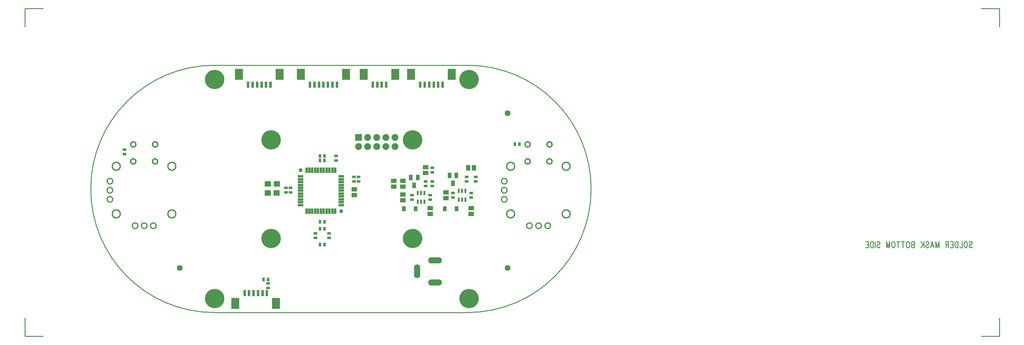
<source format=gbr>
*
*
G04 PADS VX.0 Build Number: 635560 generated Gerber (RS-274-X) file*
G04 PC Version=2.1*
*
%IN "JOG_v1.pcb"*%
*
%MOIN*%
*
%FSLAX35Y35*%
*
*
*
*
G04 PC Standard Apertures*
*
*
G04 Thermal Relief Aperture macro.*
%AMTER*
1,1,$1,0,0*
1,0,$1-$2,0,0*
21,0,$3,$4,0,0,45*
21,0,$3,$4,0,0,135*
%
*
*
G04 Annular Aperture macro.*
%AMANN*
1,1,$1,0,0*
1,0,$2,0,0*
%
*
*
G04 Odd Aperture macro.*
%AMODD*
1,1,$1,0,0*
1,0,$1-0.005,0,0*
%
*
*
G04 PC Custom Aperture Macros*
*
*
*
*
*
*
G04 PC Aperture Table*
*
%ADD010C,0.001*%
%ADD012C,0.01*%
%ADD065R,0.03894X0.02794*%
%ADD066R,0.02794X0.03894*%
%ADD068R,0.04724X0.06102*%
%ADD069R,0.04331X0.05906*%
%ADD073C,0.06394*%
%ADD075R,0.0315X0.06693*%
%ADD076R,0.08661X0.12205*%
%ADD078O,0.15354X0.06693*%
%ADD079O,0.06693X0.15354*%
%ADD083R,0.0748X0.0748*%
%ADD084C,0.0748*%
%ADD085C,0.2126*%
%ADD091R,0.06102X0.04724*%
%ADD092R,0.03976X0.05197*%
%ADD093R,0.02481X0.04528*%
%ADD094R,0.06693X0.06299*%
%ADD095R,0.06299X0.02559*%
%ADD096R,0.02559X0.06299*%
%ADD097C,0.04331*%
%ADD108ANN,0.0748X0.05118*%
%ADD109ANN,0.07283X0.04331*%
%ADD110ANN,0.10236X0.07283*%
*
*
*
*
G04 PC Circuitry*
G04 Layer Name JOG_v1.pcb - circuitry*
%LPD*%
*
*
G04 PC Custom Flashes*
G04 Layer Name JOG_v1.pcb - flashes*
%LPD*%
*
*
G04 PC Circuitry*
G04 Layer Name JOG_v1.pcb - circuitry*
%LPD*%
*
G54D10*
G54D12*
G01X2501818Y1523125D02*
X2502273Y1523750D01*
X2502955Y1524063*
X2502955D02*
X2503864D01*
X2503864D02*
X2504545Y1523750D01*
X2505000Y1523125*
Y1522500*
X2504773Y1521875*
X2504545Y1521563*
X2504545D02*
X2504091Y1521250D01*
X2502727Y1520625*
X2502273Y1520313*
X2502273D02*
X2502045Y1520000D01*
X2501818Y1519375*
Y1518438*
X2501818D02*
X2502273Y1517813D01*
X2502273D02*
X2502955Y1517500D01*
X2503864*
X2504545Y1517813*
X2504545D02*
X2505000Y1518438D01*
X2498409Y1524063D02*
X2498864Y1523750D01*
X2499318Y1523125*
X2499545Y1522500*
X2499773Y1521563*
X2499773D02*
Y1520000D01*
X2499545Y1519063*
X2499545D02*
X2499318Y1518438D01*
X2499318D02*
X2498864Y1517813D01*
X2498864D02*
X2498409Y1517500D01*
X2497500*
X2497045Y1517813*
X2497045D02*
X2496591Y1518438D01*
X2496591D02*
X2496364Y1519063D01*
X2496364D02*
X2496136Y1520000D01*
Y1521563*
X2496136D02*
X2496364Y1522500D01*
X2496591Y1523125*
X2497045Y1523750*
X2497500Y1524063*
X2497500D02*
X2498409D01*
X2494091D02*
Y1517500D01*
X2491364*
X2489318Y1524063D02*
Y1517500D01*
Y1524063D02*
X2487727D01*
X2487727D02*
X2487045Y1523750D01*
X2486591Y1523125*
X2486364Y1522500*
X2486136Y1521563*
X2486136D02*
Y1520000D01*
X2486364Y1519063*
X2486364D02*
X2486591Y1518438D01*
X2486591D02*
X2487045Y1517813D01*
X2487045D02*
X2487727Y1517500D01*
X2489318*
X2484091Y1524063D02*
Y1517500D01*
Y1524063D02*
X2481136D01*
X2484091Y1520938D02*
X2482273D01*
X2484091Y1517500D02*
X2481136D01*
X2479091Y1524063D02*
Y1517500D01*
Y1524063D02*
X2477045D01*
X2477045D02*
X2476364Y1523750D01*
X2476136Y1523438*
X2476136D02*
X2475909Y1522813D01*
X2475909D02*
Y1522188D01*
X2475909D02*
X2476136Y1521563D01*
X2476136D02*
X2476364Y1521250D01*
X2477045Y1520938*
X2477045D02*
X2479091D01*
X2477500D02*
X2475909Y1517500D01*
X2468636Y1524063D02*
Y1517500D01*
Y1524063D02*
X2466818Y1517500D01*
X2465000Y1524063D02*
X2466818Y1517500D01*
X2465000Y1524063D02*
Y1517500D01*
X2461136Y1524063D02*
X2462955Y1517500D01*
X2461136Y1524063D02*
X2459318Y1517500D01*
X2462273Y1519688D02*
X2460000D01*
X2454091Y1523125D02*
X2454545Y1523750D01*
X2455227Y1524063*
X2455227D02*
X2456136D01*
X2456136D02*
X2456818Y1523750D01*
X2457273Y1523125*
Y1522500*
X2457045Y1521875*
X2456818Y1521563*
X2456818D02*
X2456364Y1521250D01*
X2455000Y1520625*
X2454545Y1520313*
X2454545D02*
X2454318Y1520000D01*
X2454091Y1519375*
Y1518438*
X2454091D02*
X2454545Y1517813D01*
X2454545D02*
X2455227Y1517500D01*
X2456136*
X2456818Y1517813*
X2456818D02*
X2457273Y1518438D01*
X2452045Y1524063D02*
Y1517500D01*
X2448864Y1524063D02*
X2452045Y1519688D01*
X2450909Y1521250D02*
X2448864Y1517500D01*
X2441591Y1524063D02*
Y1517500D01*
Y1524063D02*
X2439545D01*
X2439545D02*
X2438864Y1523750D01*
X2438636Y1523438*
X2438636D02*
X2438409Y1522813D01*
X2438409D02*
Y1522188D01*
X2438409D02*
X2438636Y1521563D01*
X2438636D02*
X2438864Y1521250D01*
X2439545Y1520938*
X2441591D02*
X2439545D01*
X2439545D02*
X2438864Y1520625D01*
X2438636Y1520313*
X2438636D02*
X2438409Y1519688D01*
X2438409D02*
Y1518750D01*
X2438636Y1518125*
X2438864Y1517813*
X2438864D02*
X2439545Y1517500D01*
X2441591*
X2435000Y1524063D02*
X2435455Y1523750D01*
X2435909Y1523125*
X2436136Y1522500*
X2436364Y1521563*
X2436364D02*
Y1520000D01*
X2436136Y1519063*
X2436136D02*
X2435909Y1518438D01*
X2435909D02*
X2435455Y1517813D01*
X2435455D02*
X2435000Y1517500D01*
X2434091*
X2433636Y1517813*
X2433636D02*
X2433182Y1518438D01*
X2433182D02*
X2432955Y1519063D01*
X2432955D02*
X2432727Y1520000D01*
Y1521563*
X2432727D02*
X2432955Y1522500D01*
X2433182Y1523125*
X2433636Y1523750*
X2434091Y1524063*
X2434091D02*
X2435000D01*
X2429091D02*
Y1517500D01*
X2430682Y1524063D02*
X2427500D01*
X2423864D02*
Y1517500D01*
X2425455Y1524063D02*
X2422273D01*
X2418864D02*
X2419318Y1523750D01*
X2419773Y1523125*
X2420000Y1522500*
X2420227Y1521563*
X2420227D02*
Y1520000D01*
X2420000Y1519063*
X2420000D02*
X2419773Y1518438D01*
X2419773D02*
X2419318Y1517813D01*
X2419318D02*
X2418864Y1517500D01*
X2417955*
X2417500Y1517813*
X2417500D02*
X2417045Y1518438D01*
X2417045D02*
X2416818Y1519063D01*
X2416818D02*
X2416591Y1520000D01*
Y1521563*
X2416591D02*
X2416818Y1522500D01*
X2417045Y1523125*
X2417500Y1523750*
X2417955Y1524063*
X2417955D02*
X2418864D01*
X2414545D02*
Y1517500D01*
Y1524063D02*
X2412727Y1517500D01*
X2410909Y1524063D02*
X2412727Y1517500D01*
X2410909Y1524063D02*
Y1517500D01*
X2400455Y1523125D02*
X2400909Y1523750D01*
X2401591Y1524063*
X2401591D02*
X2402500D01*
X2402500D02*
X2403182Y1523750D01*
X2403636Y1523125*
Y1522500*
X2403409Y1521875*
X2403182Y1521563*
X2403182D02*
X2402727Y1521250D01*
X2401364Y1520625*
X2400909Y1520313*
X2400909D02*
X2400682Y1520000D01*
X2400455Y1519375*
Y1518438*
X2400455D02*
X2400909Y1517813D01*
X2400909D02*
X2401591Y1517500D01*
X2402500*
X2403182Y1517813*
X2403182D02*
X2403636Y1518438D01*
X2398409Y1524063D02*
Y1517500D01*
X2396364Y1524063D02*
Y1517500D01*
Y1524063D02*
X2394773D01*
X2394773D02*
X2394091Y1523750D01*
X2393636Y1523125*
X2393409Y1522500*
X2393182Y1521563*
X2393182D02*
Y1520000D01*
X2393409Y1519063*
X2393409D02*
X2393636Y1518438D01*
X2393636D02*
X2394091Y1517813D01*
X2394091D02*
X2394773Y1517500D01*
X2396364*
X2391136Y1524063D02*
Y1517500D01*
Y1524063D02*
X2388182D01*
X2391136Y1520938D02*
X2389318D01*
X2391136Y1517500D02*
X2388182D01*
X1673001Y1446142D02*
X1950955D01*
G75*
G03Y1717795I0J135827D01*
G01X1673001*
X1672971D02*
G03Y1446142I237J-135826D01*
G01X1465000Y1440000D02*
Y1420000D01*
X1485000*
Y1780000D02*
X1465000D01*
Y1760000*
X2535000D02*
Y1780000D01*
X2515000*
Y1420000D02*
X2535000D01*
Y1440000*
G54D65*
X1806654Y1618228D03*
Y1613268D03*
X1910000Y1570020D03*
Y1574980D03*
X1890000D03*
Y1570020D03*
X1756654Y1578268D03*
Y1583228D03*
X1826500Y1594980D03*
Y1590020D03*
X1751654Y1578268D03*
Y1583228D03*
X1831500Y1594980D03*
Y1590020D03*
X1935000Y1577480D03*
Y1572520D03*
X1955000D03*
Y1577480D03*
X1784154Y1528268D03*
Y1533228D03*
X1799154Y1528268D03*
Y1533228D03*
X1905000Y1589980D03*
Y1585020D03*
X1912500D03*
Y1589980D03*
Y1600020D03*
Y1604980D03*
X1574500Y1620020D03*
Y1624980D03*
X1960000Y1594980D03*
Y1590020D03*
X1950000Y1594980D03*
Y1590020D03*
X1732000Y1473020D03*
Y1477980D03*
G54D66*
X1794134Y1545748D03*
X1789173D03*
X1794134Y1613248D03*
X1789173D03*
X1794134Y1618248D03*
X1789173D03*
Y1520748D03*
X1794134D03*
X1789173Y1538248D03*
X1794134D03*
X2003020Y1631000D03*
X2007980D03*
X1731980Y1482500D03*
X1727020D03*
G54D68*
X1951850Y1605000D03*
X1958150D03*
G54D69*
X1888760Y1594331D03*
X1896240D03*
X1892500Y1585669D03*
X1931260Y1596831D03*
X1938740D03*
X1935000Y1588169D03*
G54D73*
X1635000Y1495000D03*
X1995000D03*
Y1665000D03*
G54D75*
X1710177Y1696535D03*
X1715098D03*
X1720020D03*
X1724941D03*
X1729862D03*
X1734783D03*
X1778091D03*
X1783012D03*
X1787933D03*
X1792854D03*
X1797776D03*
X1802697D03*
X1807618D03*
X1846988D03*
X1851909D03*
X1856831D03*
X1861752D03*
X1730846Y1467402D03*
X1725925D03*
X1721004D03*
X1716083D03*
X1711161D03*
X1706240D03*
X1899154Y1696535D03*
X1904075D03*
X1908996D03*
X1913917D03*
X1918839D03*
X1923760D03*
G54D76*
X1700138Y1707953D03*
X1744823D03*
X1768051D03*
X1817657D03*
X1836949D03*
X1871791D03*
X1740886Y1455984D03*
X1696201D03*
X1889114Y1707953D03*
X1933799D03*
G54D78*
X1915394Y1503622D03*
Y1479213D03*
G54D79*
X1895709Y1491417D03*
G54D83*
X1831338Y1638464D03*
G54D84*
Y1628464D03*
X1841338Y1638464D03*
Y1628464D03*
X1851338Y1638464D03*
Y1628464D03*
X1861338Y1638464D03*
Y1628464D03*
X1871338Y1638464D03*
Y1628464D03*
G54D85*
X1735275Y1527638D03*
Y1635905D03*
X1890787D03*
Y1527638D03*
X1673267Y1702047D03*
Y1461496D03*
X1952795Y1702047D03*
Y1461496D03*
G54D91*
X1826654Y1575098D03*
Y1581398D03*
X1905000Y1605650D03*
Y1599350D03*
X1910000Y1554350D03*
Y1560650D03*
X1955000D03*
Y1554350D03*
X1870000Y1584350D03*
Y1590650D03*
X1880000Y1569350D03*
Y1575650D03*
Y1584350D03*
Y1590650D03*
X1927500Y1571850D03*
Y1578150D03*
G54D92*
X1893937Y1560000D03*
X1881063D03*
X1938937D03*
X1926063D03*
G54D93*
X1896260Y1577323D03*
X1900000D03*
X1903740D03*
Y1567677D03*
X1900000D03*
X1896260D03*
X1941260Y1579823D03*
X1945000D03*
X1948740D03*
Y1570177D03*
X1945000D03*
X1941260D03*
G54D94*
X1731654Y1577461D03*
Y1587461D03*
X1741654D03*
X1741496Y1577461D03*
G54D95*
X1812441Y1595748D03*
Y1592598D03*
Y1589449D03*
Y1586299D03*
Y1583150D03*
Y1580000D03*
Y1576850D03*
Y1573701D03*
Y1570551D03*
Y1567402D03*
Y1564252D03*
X1767559D03*
Y1567402D03*
Y1570551D03*
Y1573701D03*
Y1576850D03*
Y1580000D03*
Y1583150D03*
Y1586299D03*
Y1589449D03*
Y1592598D03*
Y1595748D03*
G54D96*
X1805748Y1557559D03*
X1802598D03*
X1799449D03*
X1796299D03*
X1793150D03*
X1790000D03*
X1786850D03*
X1783701D03*
X1780551D03*
X1777402D03*
X1774252D03*
Y1602441D03*
X1777402D03*
X1780551D03*
X1783701D03*
X1786850D03*
X1790000D03*
X1793150D03*
X1796299D03*
X1799449D03*
X1802598D03*
X1805748D03*
G54D97*
X1812441Y1557559D03*
X1767559Y1602441D03*
G54D108*
X1558402Y1590500D03*
Y1580500D03*
Y1570500D03*
X1586000Y1541327D03*
X1596000D03*
X1606000D03*
X1991402Y1590500D03*
Y1580500D03*
Y1570500D03*
X2019000Y1541327D03*
X2029000D03*
X2039000D03*
G54D109*
X1584031Y1612209D03*
X1607969D03*
Y1630909D03*
X1584031D03*
X2017031Y1612209D03*
X2040969D03*
Y1630909D03*
X2017031D03*
G54D110*
X1565488Y1606681D03*
X1626512D03*
Y1554319D03*
X1565488D03*
X1998488Y1606681D03*
X2059512D03*
Y1554319D03*
X1998488D03*
G74*
X0Y0D02*
M02*

</source>
